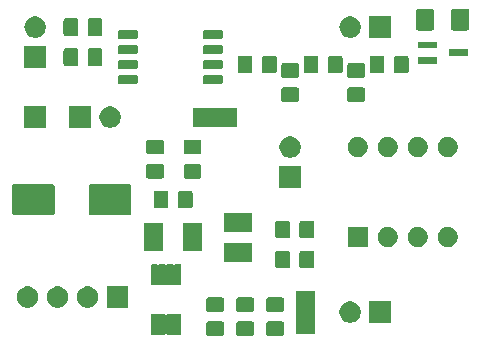
<source format=gbr>
G04 #@! TF.GenerationSoftware,KiCad,Pcbnew,(5.1.5)-3*
G04 #@! TF.CreationDate,2020-02-05T13:37:13+11:00*
G04 #@! TF.ProjectId,Heterodyne,48657465-726f-4647-996e-652e6b696361,rev?*
G04 #@! TF.SameCoordinates,Original*
G04 #@! TF.FileFunction,Soldermask,Top*
G04 #@! TF.FilePolarity,Negative*
%FSLAX46Y46*%
G04 Gerber Fmt 4.6, Leading zero omitted, Abs format (unit mm)*
G04 Created by KiCad (PCBNEW (5.1.5)-3) date 2020-02-05 13:37:13*
%MOMM*%
%LPD*%
G04 APERTURE LIST*
%ADD10C,0.100000*%
G04 APERTURE END LIST*
D10*
G36*
X154893674Y-103028465D02*
G01*
X154931367Y-103039899D01*
X154966103Y-103058466D01*
X154996548Y-103083452D01*
X155021534Y-103113897D01*
X155040101Y-103148633D01*
X155051535Y-103186326D01*
X155056000Y-103231661D01*
X155056000Y-104068339D01*
X155051535Y-104113674D01*
X155040101Y-104151367D01*
X155021534Y-104186103D01*
X154996548Y-104216548D01*
X154966103Y-104241534D01*
X154931367Y-104260101D01*
X154893674Y-104271535D01*
X154848339Y-104276000D01*
X153761661Y-104276000D01*
X153716326Y-104271535D01*
X153678633Y-104260101D01*
X153643897Y-104241534D01*
X153613452Y-104216548D01*
X153588466Y-104186103D01*
X153569899Y-104151367D01*
X153558465Y-104113674D01*
X153554000Y-104068339D01*
X153554000Y-103231661D01*
X153558465Y-103186326D01*
X153569899Y-103148633D01*
X153588466Y-103113897D01*
X153613452Y-103083452D01*
X153643897Y-103058466D01*
X153678633Y-103039899D01*
X153716326Y-103028465D01*
X153761661Y-103024000D01*
X154848339Y-103024000D01*
X154893674Y-103028465D01*
G37*
G36*
X152353674Y-103028465D02*
G01*
X152391367Y-103039899D01*
X152426103Y-103058466D01*
X152456548Y-103083452D01*
X152481534Y-103113897D01*
X152500101Y-103148633D01*
X152511535Y-103186326D01*
X152516000Y-103231661D01*
X152516000Y-104068339D01*
X152511535Y-104113674D01*
X152500101Y-104151367D01*
X152481534Y-104186103D01*
X152456548Y-104216548D01*
X152426103Y-104241534D01*
X152391367Y-104260101D01*
X152353674Y-104271535D01*
X152308339Y-104276000D01*
X151221661Y-104276000D01*
X151176326Y-104271535D01*
X151138633Y-104260101D01*
X151103897Y-104241534D01*
X151073452Y-104216548D01*
X151048466Y-104186103D01*
X151029899Y-104151367D01*
X151018465Y-104113674D01*
X151014000Y-104068339D01*
X151014000Y-103231661D01*
X151018465Y-103186326D01*
X151029899Y-103148633D01*
X151048466Y-103113897D01*
X151073452Y-103083452D01*
X151103897Y-103058466D01*
X151138633Y-103039899D01*
X151176326Y-103028465D01*
X151221661Y-103024000D01*
X152308339Y-103024000D01*
X152353674Y-103028465D01*
G37*
G36*
X149813674Y-103028465D02*
G01*
X149851367Y-103039899D01*
X149886103Y-103058466D01*
X149916548Y-103083452D01*
X149941534Y-103113897D01*
X149960101Y-103148633D01*
X149971535Y-103186326D01*
X149976000Y-103231661D01*
X149976000Y-104068339D01*
X149971535Y-104113674D01*
X149960101Y-104151367D01*
X149941534Y-104186103D01*
X149916548Y-104216548D01*
X149886103Y-104241534D01*
X149851367Y-104260101D01*
X149813674Y-104271535D01*
X149768339Y-104276000D01*
X148681661Y-104276000D01*
X148636326Y-104271535D01*
X148598633Y-104260101D01*
X148563897Y-104241534D01*
X148533452Y-104216548D01*
X148508466Y-104186103D01*
X148489899Y-104151367D01*
X148478465Y-104113674D01*
X148474000Y-104068339D01*
X148474000Y-103231661D01*
X148478465Y-103186326D01*
X148489899Y-103148633D01*
X148508466Y-103113897D01*
X148533452Y-103083452D01*
X148563897Y-103058466D01*
X148598633Y-103039899D01*
X148636326Y-103028465D01*
X148681661Y-103024000D01*
X149768339Y-103024000D01*
X149813674Y-103028465D01*
G37*
G36*
X144330051Y-102423784D02*
G01*
X144346446Y-102428758D01*
X144366078Y-102439251D01*
X144388717Y-102448628D01*
X144412750Y-102453408D01*
X144437254Y-102453408D01*
X144461287Y-102448627D01*
X144483922Y-102439251D01*
X144503554Y-102428758D01*
X144519949Y-102423784D01*
X144543141Y-102421500D01*
X144956859Y-102421500D01*
X144980051Y-102423784D01*
X144996446Y-102428758D01*
X145016078Y-102439251D01*
X145038717Y-102448628D01*
X145062750Y-102453408D01*
X145087254Y-102453408D01*
X145111287Y-102448627D01*
X145133922Y-102439251D01*
X145153554Y-102428758D01*
X145169949Y-102423784D01*
X145193141Y-102421500D01*
X145606859Y-102421500D01*
X145630051Y-102423784D01*
X145646446Y-102428758D01*
X145666078Y-102439251D01*
X145688717Y-102448628D01*
X145712750Y-102453408D01*
X145737254Y-102453408D01*
X145761287Y-102448627D01*
X145783922Y-102439251D01*
X145803554Y-102428758D01*
X145819949Y-102423784D01*
X145843141Y-102421500D01*
X146256859Y-102421500D01*
X146280051Y-102423784D01*
X146296443Y-102428757D01*
X146311555Y-102436834D01*
X146324798Y-102447702D01*
X146335666Y-102460945D01*
X146343743Y-102476057D01*
X146348716Y-102492449D01*
X146351000Y-102515641D01*
X146351000Y-104054359D01*
X146348716Y-104077551D01*
X146343743Y-104093943D01*
X146335666Y-104109055D01*
X146324798Y-104122298D01*
X146311555Y-104133166D01*
X146296443Y-104141243D01*
X146280051Y-104146216D01*
X146256859Y-104148500D01*
X145843141Y-104148500D01*
X145819949Y-104146216D01*
X145803554Y-104141242D01*
X145783922Y-104130749D01*
X145761283Y-104121372D01*
X145737250Y-104116592D01*
X145712746Y-104116592D01*
X145688713Y-104121373D01*
X145666078Y-104130749D01*
X145646446Y-104141242D01*
X145630051Y-104146216D01*
X145606859Y-104148500D01*
X145193141Y-104148500D01*
X145169949Y-104146216D01*
X145153554Y-104141242D01*
X145133922Y-104130749D01*
X145111283Y-104121372D01*
X145087250Y-104116592D01*
X145062746Y-104116592D01*
X145038713Y-104121373D01*
X145016078Y-104130749D01*
X144996446Y-104141242D01*
X144980051Y-104146216D01*
X144956859Y-104148500D01*
X144543141Y-104148500D01*
X144519949Y-104146216D01*
X144503554Y-104141242D01*
X144483922Y-104130749D01*
X144461283Y-104121372D01*
X144437250Y-104116592D01*
X144412746Y-104116592D01*
X144388713Y-104121373D01*
X144366078Y-104130749D01*
X144346446Y-104141242D01*
X144330051Y-104146216D01*
X144306859Y-104148500D01*
X143893141Y-104148500D01*
X143869949Y-104146216D01*
X143853557Y-104141243D01*
X143838445Y-104133166D01*
X143825202Y-104122298D01*
X143814334Y-104109055D01*
X143806257Y-104093943D01*
X143801284Y-104077551D01*
X143799000Y-104054359D01*
X143799000Y-102515641D01*
X143801284Y-102492449D01*
X143806257Y-102476057D01*
X143814334Y-102460945D01*
X143825202Y-102447702D01*
X143838445Y-102436834D01*
X143853557Y-102428757D01*
X143869949Y-102423784D01*
X143893141Y-102421500D01*
X144306859Y-102421500D01*
X144330051Y-102423784D01*
G37*
G36*
X157646000Y-104116000D02*
G01*
X156044000Y-104116000D01*
X156044000Y-100414000D01*
X157646000Y-100414000D01*
X157646000Y-104116000D01*
G37*
G36*
X164096000Y-103136000D02*
G01*
X162294000Y-103136000D01*
X162294000Y-101334000D01*
X164096000Y-101334000D01*
X164096000Y-103136000D01*
G37*
G36*
X160768512Y-101338927D02*
G01*
X160917812Y-101368624D01*
X161081784Y-101436544D01*
X161229354Y-101535147D01*
X161354853Y-101660646D01*
X161453456Y-101808216D01*
X161521376Y-101972188D01*
X161556000Y-102146259D01*
X161556000Y-102323741D01*
X161521376Y-102497812D01*
X161453456Y-102661784D01*
X161354853Y-102809354D01*
X161229354Y-102934853D01*
X161081784Y-103033456D01*
X160917812Y-103101376D01*
X160768512Y-103131073D01*
X160743742Y-103136000D01*
X160566258Y-103136000D01*
X160541488Y-103131073D01*
X160392188Y-103101376D01*
X160228216Y-103033456D01*
X160080646Y-102934853D01*
X159955147Y-102809354D01*
X159856544Y-102661784D01*
X159788624Y-102497812D01*
X159754000Y-102323741D01*
X159754000Y-102146259D01*
X159788624Y-101972188D01*
X159856544Y-101808216D01*
X159955147Y-101660646D01*
X160080646Y-101535147D01*
X160228216Y-101436544D01*
X160392188Y-101368624D01*
X160541488Y-101338927D01*
X160566258Y-101334000D01*
X160743742Y-101334000D01*
X160768512Y-101338927D01*
G37*
G36*
X154893674Y-100978465D02*
G01*
X154931367Y-100989899D01*
X154966103Y-101008466D01*
X154996548Y-101033452D01*
X155021534Y-101063897D01*
X155040101Y-101098633D01*
X155051535Y-101136326D01*
X155056000Y-101181661D01*
X155056000Y-102018339D01*
X155051535Y-102063674D01*
X155040101Y-102101367D01*
X155021534Y-102136103D01*
X154996548Y-102166548D01*
X154966103Y-102191534D01*
X154931367Y-102210101D01*
X154893674Y-102221535D01*
X154848339Y-102226000D01*
X153761661Y-102226000D01*
X153716326Y-102221535D01*
X153678633Y-102210101D01*
X153643897Y-102191534D01*
X153613452Y-102166548D01*
X153588466Y-102136103D01*
X153569899Y-102101367D01*
X153558465Y-102063674D01*
X153554000Y-102018339D01*
X153554000Y-101181661D01*
X153558465Y-101136326D01*
X153569899Y-101098633D01*
X153588466Y-101063897D01*
X153613452Y-101033452D01*
X153643897Y-101008466D01*
X153678633Y-100989899D01*
X153716326Y-100978465D01*
X153761661Y-100974000D01*
X154848339Y-100974000D01*
X154893674Y-100978465D01*
G37*
G36*
X152353674Y-100978465D02*
G01*
X152391367Y-100989899D01*
X152426103Y-101008466D01*
X152456548Y-101033452D01*
X152481534Y-101063897D01*
X152500101Y-101098633D01*
X152511535Y-101136326D01*
X152516000Y-101181661D01*
X152516000Y-102018339D01*
X152511535Y-102063674D01*
X152500101Y-102101367D01*
X152481534Y-102136103D01*
X152456548Y-102166548D01*
X152426103Y-102191534D01*
X152391367Y-102210101D01*
X152353674Y-102221535D01*
X152308339Y-102226000D01*
X151221661Y-102226000D01*
X151176326Y-102221535D01*
X151138633Y-102210101D01*
X151103897Y-102191534D01*
X151073452Y-102166548D01*
X151048466Y-102136103D01*
X151029899Y-102101367D01*
X151018465Y-102063674D01*
X151014000Y-102018339D01*
X151014000Y-101181661D01*
X151018465Y-101136326D01*
X151029899Y-101098633D01*
X151048466Y-101063897D01*
X151073452Y-101033452D01*
X151103897Y-101008466D01*
X151138633Y-100989899D01*
X151176326Y-100978465D01*
X151221661Y-100974000D01*
X152308339Y-100974000D01*
X152353674Y-100978465D01*
G37*
G36*
X149813674Y-100978465D02*
G01*
X149851367Y-100989899D01*
X149886103Y-101008466D01*
X149916548Y-101033452D01*
X149941534Y-101063897D01*
X149960101Y-101098633D01*
X149971535Y-101136326D01*
X149976000Y-101181661D01*
X149976000Y-102018339D01*
X149971535Y-102063674D01*
X149960101Y-102101367D01*
X149941534Y-102136103D01*
X149916548Y-102166548D01*
X149886103Y-102191534D01*
X149851367Y-102210101D01*
X149813674Y-102221535D01*
X149768339Y-102226000D01*
X148681661Y-102226000D01*
X148636326Y-102221535D01*
X148598633Y-102210101D01*
X148563897Y-102191534D01*
X148533452Y-102166548D01*
X148508466Y-102136103D01*
X148489899Y-102101367D01*
X148478465Y-102063674D01*
X148474000Y-102018339D01*
X148474000Y-101181661D01*
X148478465Y-101136326D01*
X148489899Y-101098633D01*
X148508466Y-101063897D01*
X148533452Y-101033452D01*
X148563897Y-101008466D01*
X148598633Y-100989899D01*
X148636326Y-100978465D01*
X148681661Y-100974000D01*
X149768339Y-100974000D01*
X149813674Y-100978465D01*
G37*
G36*
X133463512Y-100068927D02*
G01*
X133612812Y-100098624D01*
X133776784Y-100166544D01*
X133924354Y-100265147D01*
X134049853Y-100390646D01*
X134148456Y-100538216D01*
X134216376Y-100702188D01*
X134251000Y-100876259D01*
X134251000Y-101053741D01*
X134216376Y-101227812D01*
X134148456Y-101391784D01*
X134049853Y-101539354D01*
X133924354Y-101664853D01*
X133776784Y-101763456D01*
X133612812Y-101831376D01*
X133463512Y-101861073D01*
X133438742Y-101866000D01*
X133261258Y-101866000D01*
X133236488Y-101861073D01*
X133087188Y-101831376D01*
X132923216Y-101763456D01*
X132775646Y-101664853D01*
X132650147Y-101539354D01*
X132551544Y-101391784D01*
X132483624Y-101227812D01*
X132449000Y-101053741D01*
X132449000Y-100876259D01*
X132483624Y-100702188D01*
X132551544Y-100538216D01*
X132650147Y-100390646D01*
X132775646Y-100265147D01*
X132923216Y-100166544D01*
X133087188Y-100098624D01*
X133236488Y-100068927D01*
X133261258Y-100064000D01*
X133438742Y-100064000D01*
X133463512Y-100068927D01*
G37*
G36*
X136003512Y-100068927D02*
G01*
X136152812Y-100098624D01*
X136316784Y-100166544D01*
X136464354Y-100265147D01*
X136589853Y-100390646D01*
X136688456Y-100538216D01*
X136756376Y-100702188D01*
X136791000Y-100876259D01*
X136791000Y-101053741D01*
X136756376Y-101227812D01*
X136688456Y-101391784D01*
X136589853Y-101539354D01*
X136464354Y-101664853D01*
X136316784Y-101763456D01*
X136152812Y-101831376D01*
X136003512Y-101861073D01*
X135978742Y-101866000D01*
X135801258Y-101866000D01*
X135776488Y-101861073D01*
X135627188Y-101831376D01*
X135463216Y-101763456D01*
X135315646Y-101664853D01*
X135190147Y-101539354D01*
X135091544Y-101391784D01*
X135023624Y-101227812D01*
X134989000Y-101053741D01*
X134989000Y-100876259D01*
X135023624Y-100702188D01*
X135091544Y-100538216D01*
X135190147Y-100390646D01*
X135315646Y-100265147D01*
X135463216Y-100166544D01*
X135627188Y-100098624D01*
X135776488Y-100068927D01*
X135801258Y-100064000D01*
X135978742Y-100064000D01*
X136003512Y-100068927D01*
G37*
G36*
X138543512Y-100068927D02*
G01*
X138692812Y-100098624D01*
X138856784Y-100166544D01*
X139004354Y-100265147D01*
X139129853Y-100390646D01*
X139228456Y-100538216D01*
X139296376Y-100702188D01*
X139331000Y-100876259D01*
X139331000Y-101053741D01*
X139296376Y-101227812D01*
X139228456Y-101391784D01*
X139129853Y-101539354D01*
X139004354Y-101664853D01*
X138856784Y-101763456D01*
X138692812Y-101831376D01*
X138543512Y-101861073D01*
X138518742Y-101866000D01*
X138341258Y-101866000D01*
X138316488Y-101861073D01*
X138167188Y-101831376D01*
X138003216Y-101763456D01*
X137855646Y-101664853D01*
X137730147Y-101539354D01*
X137631544Y-101391784D01*
X137563624Y-101227812D01*
X137529000Y-101053741D01*
X137529000Y-100876259D01*
X137563624Y-100702188D01*
X137631544Y-100538216D01*
X137730147Y-100390646D01*
X137855646Y-100265147D01*
X138003216Y-100166544D01*
X138167188Y-100098624D01*
X138316488Y-100068927D01*
X138341258Y-100064000D01*
X138518742Y-100064000D01*
X138543512Y-100068927D01*
G37*
G36*
X141871000Y-101866000D02*
G01*
X140069000Y-101866000D01*
X140069000Y-100064000D01*
X141871000Y-100064000D01*
X141871000Y-101866000D01*
G37*
G36*
X144330051Y-98198784D02*
G01*
X144346446Y-98203758D01*
X144366078Y-98214251D01*
X144388717Y-98223628D01*
X144412750Y-98228408D01*
X144437254Y-98228408D01*
X144461287Y-98223627D01*
X144483922Y-98214251D01*
X144503554Y-98203758D01*
X144519949Y-98198784D01*
X144543141Y-98196500D01*
X144956859Y-98196500D01*
X144980051Y-98198784D01*
X144996446Y-98203758D01*
X145016078Y-98214251D01*
X145038717Y-98223628D01*
X145062750Y-98228408D01*
X145087254Y-98228408D01*
X145111287Y-98223627D01*
X145133922Y-98214251D01*
X145153554Y-98203758D01*
X145169949Y-98198784D01*
X145193141Y-98196500D01*
X145606859Y-98196500D01*
X145630051Y-98198784D01*
X145646446Y-98203758D01*
X145666078Y-98214251D01*
X145688717Y-98223628D01*
X145712750Y-98228408D01*
X145737254Y-98228408D01*
X145761287Y-98223627D01*
X145783922Y-98214251D01*
X145803554Y-98203758D01*
X145819949Y-98198784D01*
X145843141Y-98196500D01*
X146256859Y-98196500D01*
X146280051Y-98198784D01*
X146296443Y-98203757D01*
X146311555Y-98211834D01*
X146324798Y-98222702D01*
X146335666Y-98235945D01*
X146343743Y-98251057D01*
X146348716Y-98267449D01*
X146351000Y-98290641D01*
X146351000Y-99829359D01*
X146348716Y-99852551D01*
X146343743Y-99868943D01*
X146335666Y-99884055D01*
X146324798Y-99897298D01*
X146311555Y-99908166D01*
X146296443Y-99916243D01*
X146280051Y-99921216D01*
X146256859Y-99923500D01*
X145843141Y-99923500D01*
X145819949Y-99921216D01*
X145803554Y-99916242D01*
X145783922Y-99905749D01*
X145761283Y-99896372D01*
X145737250Y-99891592D01*
X145712746Y-99891592D01*
X145688713Y-99896373D01*
X145666078Y-99905749D01*
X145646446Y-99916242D01*
X145630051Y-99921216D01*
X145606859Y-99923500D01*
X145193141Y-99923500D01*
X145169949Y-99921216D01*
X145153554Y-99916242D01*
X145133922Y-99905749D01*
X145111283Y-99896372D01*
X145087250Y-99891592D01*
X145062746Y-99891592D01*
X145038713Y-99896373D01*
X145016078Y-99905749D01*
X144996446Y-99916242D01*
X144980051Y-99921216D01*
X144956859Y-99923500D01*
X144543141Y-99923500D01*
X144519949Y-99921216D01*
X144503554Y-99916242D01*
X144483922Y-99905749D01*
X144461283Y-99896372D01*
X144437250Y-99891592D01*
X144412746Y-99891592D01*
X144388713Y-99896373D01*
X144366078Y-99905749D01*
X144346446Y-99916242D01*
X144330051Y-99921216D01*
X144306859Y-99923500D01*
X143893141Y-99923500D01*
X143869949Y-99921216D01*
X143853557Y-99916243D01*
X143838445Y-99908166D01*
X143825202Y-99897298D01*
X143814334Y-99884055D01*
X143806257Y-99868943D01*
X143801284Y-99852551D01*
X143799000Y-99829359D01*
X143799000Y-98290641D01*
X143801284Y-98267449D01*
X143806257Y-98251057D01*
X143814334Y-98235945D01*
X143825202Y-98222702D01*
X143838445Y-98211834D01*
X143853557Y-98203757D01*
X143869949Y-98198784D01*
X143893141Y-98196500D01*
X144306859Y-98196500D01*
X144330051Y-98198784D01*
G37*
G36*
X155403674Y-97043465D02*
G01*
X155441367Y-97054899D01*
X155476103Y-97073466D01*
X155506548Y-97098452D01*
X155531534Y-97128897D01*
X155550101Y-97163633D01*
X155561535Y-97201326D01*
X155566000Y-97246661D01*
X155566000Y-98333339D01*
X155561535Y-98378674D01*
X155550101Y-98416367D01*
X155531534Y-98451103D01*
X155506548Y-98481548D01*
X155476103Y-98506534D01*
X155441367Y-98525101D01*
X155403674Y-98536535D01*
X155358339Y-98541000D01*
X154521661Y-98541000D01*
X154476326Y-98536535D01*
X154438633Y-98525101D01*
X154403897Y-98506534D01*
X154373452Y-98481548D01*
X154348466Y-98451103D01*
X154329899Y-98416367D01*
X154318465Y-98378674D01*
X154314000Y-98333339D01*
X154314000Y-97246661D01*
X154318465Y-97201326D01*
X154329899Y-97163633D01*
X154348466Y-97128897D01*
X154373452Y-97098452D01*
X154403897Y-97073466D01*
X154438633Y-97054899D01*
X154476326Y-97043465D01*
X154521661Y-97039000D01*
X155358339Y-97039000D01*
X155403674Y-97043465D01*
G37*
G36*
X157453674Y-97043465D02*
G01*
X157491367Y-97054899D01*
X157526103Y-97073466D01*
X157556548Y-97098452D01*
X157581534Y-97128897D01*
X157600101Y-97163633D01*
X157611535Y-97201326D01*
X157616000Y-97246661D01*
X157616000Y-98333339D01*
X157611535Y-98378674D01*
X157600101Y-98416367D01*
X157581534Y-98451103D01*
X157556548Y-98481548D01*
X157526103Y-98506534D01*
X157491367Y-98525101D01*
X157453674Y-98536535D01*
X157408339Y-98541000D01*
X156571661Y-98541000D01*
X156526326Y-98536535D01*
X156488633Y-98525101D01*
X156453897Y-98506534D01*
X156423452Y-98481548D01*
X156398466Y-98451103D01*
X156379899Y-98416367D01*
X156368465Y-98378674D01*
X156364000Y-98333339D01*
X156364000Y-97246661D01*
X156368465Y-97201326D01*
X156379899Y-97163633D01*
X156398466Y-97128897D01*
X156423452Y-97098452D01*
X156453897Y-97073466D01*
X156488633Y-97054899D01*
X156526326Y-97043465D01*
X156571661Y-97039000D01*
X157408339Y-97039000D01*
X157453674Y-97043465D01*
G37*
G36*
X152346000Y-97956000D02*
G01*
X149944000Y-97956000D01*
X149944000Y-96354000D01*
X152346000Y-96354000D01*
X152346000Y-97956000D01*
G37*
G36*
X148121000Y-97101000D02*
G01*
X146519000Y-97101000D01*
X146519000Y-94699000D01*
X148121000Y-94699000D01*
X148121000Y-97101000D01*
G37*
G36*
X144819000Y-97101000D02*
G01*
X143217000Y-97101000D01*
X143217000Y-94699000D01*
X144819000Y-94699000D01*
X144819000Y-97101000D01*
G37*
G36*
X162141000Y-96736000D02*
G01*
X160439000Y-96736000D01*
X160439000Y-95034000D01*
X162141000Y-95034000D01*
X162141000Y-96736000D01*
G37*
G36*
X164078228Y-95066703D02*
G01*
X164233100Y-95130853D01*
X164372481Y-95223985D01*
X164491015Y-95342519D01*
X164584147Y-95481900D01*
X164648297Y-95636772D01*
X164681000Y-95801184D01*
X164681000Y-95968816D01*
X164648297Y-96133228D01*
X164584147Y-96288100D01*
X164491015Y-96427481D01*
X164372481Y-96546015D01*
X164233100Y-96639147D01*
X164078228Y-96703297D01*
X163913816Y-96736000D01*
X163746184Y-96736000D01*
X163581772Y-96703297D01*
X163426900Y-96639147D01*
X163287519Y-96546015D01*
X163168985Y-96427481D01*
X163075853Y-96288100D01*
X163011703Y-96133228D01*
X162979000Y-95968816D01*
X162979000Y-95801184D01*
X163011703Y-95636772D01*
X163075853Y-95481900D01*
X163168985Y-95342519D01*
X163287519Y-95223985D01*
X163426900Y-95130853D01*
X163581772Y-95066703D01*
X163746184Y-95034000D01*
X163913816Y-95034000D01*
X164078228Y-95066703D01*
G37*
G36*
X166618228Y-95066703D02*
G01*
X166773100Y-95130853D01*
X166912481Y-95223985D01*
X167031015Y-95342519D01*
X167124147Y-95481900D01*
X167188297Y-95636772D01*
X167221000Y-95801184D01*
X167221000Y-95968816D01*
X167188297Y-96133228D01*
X167124147Y-96288100D01*
X167031015Y-96427481D01*
X166912481Y-96546015D01*
X166773100Y-96639147D01*
X166618228Y-96703297D01*
X166453816Y-96736000D01*
X166286184Y-96736000D01*
X166121772Y-96703297D01*
X165966900Y-96639147D01*
X165827519Y-96546015D01*
X165708985Y-96427481D01*
X165615853Y-96288100D01*
X165551703Y-96133228D01*
X165519000Y-95968816D01*
X165519000Y-95801184D01*
X165551703Y-95636772D01*
X165615853Y-95481900D01*
X165708985Y-95342519D01*
X165827519Y-95223985D01*
X165966900Y-95130853D01*
X166121772Y-95066703D01*
X166286184Y-95034000D01*
X166453816Y-95034000D01*
X166618228Y-95066703D01*
G37*
G36*
X169158228Y-95066703D02*
G01*
X169313100Y-95130853D01*
X169452481Y-95223985D01*
X169571015Y-95342519D01*
X169664147Y-95481900D01*
X169728297Y-95636772D01*
X169761000Y-95801184D01*
X169761000Y-95968816D01*
X169728297Y-96133228D01*
X169664147Y-96288100D01*
X169571015Y-96427481D01*
X169452481Y-96546015D01*
X169313100Y-96639147D01*
X169158228Y-96703297D01*
X168993816Y-96736000D01*
X168826184Y-96736000D01*
X168661772Y-96703297D01*
X168506900Y-96639147D01*
X168367519Y-96546015D01*
X168248985Y-96427481D01*
X168155853Y-96288100D01*
X168091703Y-96133228D01*
X168059000Y-95968816D01*
X168059000Y-95801184D01*
X168091703Y-95636772D01*
X168155853Y-95481900D01*
X168248985Y-95342519D01*
X168367519Y-95223985D01*
X168506900Y-95130853D01*
X168661772Y-95066703D01*
X168826184Y-95034000D01*
X168993816Y-95034000D01*
X169158228Y-95066703D01*
G37*
G36*
X157453674Y-94503465D02*
G01*
X157491367Y-94514899D01*
X157526103Y-94533466D01*
X157556548Y-94558452D01*
X157581534Y-94588897D01*
X157600101Y-94623633D01*
X157611535Y-94661326D01*
X157616000Y-94706661D01*
X157616000Y-95793339D01*
X157611535Y-95838674D01*
X157600101Y-95876367D01*
X157581534Y-95911103D01*
X157556548Y-95941548D01*
X157526103Y-95966534D01*
X157491367Y-95985101D01*
X157453674Y-95996535D01*
X157408339Y-96001000D01*
X156571661Y-96001000D01*
X156526326Y-95996535D01*
X156488633Y-95985101D01*
X156453897Y-95966534D01*
X156423452Y-95941548D01*
X156398466Y-95911103D01*
X156379899Y-95876367D01*
X156368465Y-95838674D01*
X156364000Y-95793339D01*
X156364000Y-94706661D01*
X156368465Y-94661326D01*
X156379899Y-94623633D01*
X156398466Y-94588897D01*
X156423452Y-94558452D01*
X156453897Y-94533466D01*
X156488633Y-94514899D01*
X156526326Y-94503465D01*
X156571661Y-94499000D01*
X157408339Y-94499000D01*
X157453674Y-94503465D01*
G37*
G36*
X155403674Y-94503465D02*
G01*
X155441367Y-94514899D01*
X155476103Y-94533466D01*
X155506548Y-94558452D01*
X155531534Y-94588897D01*
X155550101Y-94623633D01*
X155561535Y-94661326D01*
X155566000Y-94706661D01*
X155566000Y-95793339D01*
X155561535Y-95838674D01*
X155550101Y-95876367D01*
X155531534Y-95911103D01*
X155506548Y-95941548D01*
X155476103Y-95966534D01*
X155441367Y-95985101D01*
X155403674Y-95996535D01*
X155358339Y-96001000D01*
X154521661Y-96001000D01*
X154476326Y-95996535D01*
X154438633Y-95985101D01*
X154403897Y-95966534D01*
X154373452Y-95941548D01*
X154348466Y-95911103D01*
X154329899Y-95876367D01*
X154318465Y-95838674D01*
X154314000Y-95793339D01*
X154314000Y-94706661D01*
X154318465Y-94661326D01*
X154329899Y-94623633D01*
X154348466Y-94588897D01*
X154373452Y-94558452D01*
X154403897Y-94533466D01*
X154438633Y-94514899D01*
X154476326Y-94503465D01*
X154521661Y-94499000D01*
X155358339Y-94499000D01*
X155403674Y-94503465D01*
G37*
G36*
X152346000Y-95416000D02*
G01*
X149944000Y-95416000D01*
X149944000Y-93814000D01*
X152346000Y-93814000D01*
X152346000Y-95416000D01*
G37*
G36*
X135506934Y-91412671D02*
G01*
X135536877Y-91421754D01*
X135564465Y-91436500D01*
X135588651Y-91456349D01*
X135608500Y-91480535D01*
X135623246Y-91508123D01*
X135632329Y-91538066D01*
X135636000Y-91575340D01*
X135636000Y-93844660D01*
X135632329Y-93881934D01*
X135623246Y-93911877D01*
X135608500Y-93939465D01*
X135588651Y-93963651D01*
X135564465Y-93983500D01*
X135536877Y-93998246D01*
X135506934Y-94007329D01*
X135469660Y-94011000D01*
X132200340Y-94011000D01*
X132163066Y-94007329D01*
X132133123Y-93998246D01*
X132105535Y-93983500D01*
X132081349Y-93963651D01*
X132061500Y-93939465D01*
X132046754Y-93911877D01*
X132037671Y-93881934D01*
X132034000Y-93844660D01*
X132034000Y-91575340D01*
X132037671Y-91538066D01*
X132046754Y-91508123D01*
X132061500Y-91480535D01*
X132081349Y-91456349D01*
X132105535Y-91436500D01*
X132133123Y-91421754D01*
X132163066Y-91412671D01*
X132200340Y-91409000D01*
X135469660Y-91409000D01*
X135506934Y-91412671D01*
G37*
G36*
X142006934Y-91412671D02*
G01*
X142036877Y-91421754D01*
X142064465Y-91436500D01*
X142088651Y-91456349D01*
X142108500Y-91480535D01*
X142123246Y-91508123D01*
X142132329Y-91538066D01*
X142136000Y-91575340D01*
X142136000Y-93844660D01*
X142132329Y-93881934D01*
X142123246Y-93911877D01*
X142108500Y-93939465D01*
X142088651Y-93963651D01*
X142064465Y-93983500D01*
X142036877Y-93998246D01*
X142006934Y-94007329D01*
X141969660Y-94011000D01*
X138700340Y-94011000D01*
X138663066Y-94007329D01*
X138633123Y-93998246D01*
X138605535Y-93983500D01*
X138581349Y-93963651D01*
X138561500Y-93939465D01*
X138546754Y-93911877D01*
X138537671Y-93881934D01*
X138534000Y-93844660D01*
X138534000Y-91575340D01*
X138537671Y-91538066D01*
X138546754Y-91508123D01*
X138561500Y-91480535D01*
X138581349Y-91456349D01*
X138605535Y-91436500D01*
X138633123Y-91421754D01*
X138663066Y-91412671D01*
X138700340Y-91409000D01*
X141969660Y-91409000D01*
X142006934Y-91412671D01*
G37*
G36*
X147157674Y-91963465D02*
G01*
X147195367Y-91974899D01*
X147230103Y-91993466D01*
X147260548Y-92018452D01*
X147285534Y-92048897D01*
X147304101Y-92083633D01*
X147315535Y-92121326D01*
X147320000Y-92166661D01*
X147320000Y-93253339D01*
X147315535Y-93298674D01*
X147304101Y-93336367D01*
X147285534Y-93371103D01*
X147260548Y-93401548D01*
X147230103Y-93426534D01*
X147195367Y-93445101D01*
X147157674Y-93456535D01*
X147112339Y-93461000D01*
X146275661Y-93461000D01*
X146230326Y-93456535D01*
X146192633Y-93445101D01*
X146157897Y-93426534D01*
X146127452Y-93401548D01*
X146102466Y-93371103D01*
X146083899Y-93336367D01*
X146072465Y-93298674D01*
X146068000Y-93253339D01*
X146068000Y-92166661D01*
X146072465Y-92121326D01*
X146083899Y-92083633D01*
X146102466Y-92048897D01*
X146127452Y-92018452D01*
X146157897Y-91993466D01*
X146192633Y-91974899D01*
X146230326Y-91963465D01*
X146275661Y-91959000D01*
X147112339Y-91959000D01*
X147157674Y-91963465D01*
G37*
G36*
X145107674Y-91963465D02*
G01*
X145145367Y-91974899D01*
X145180103Y-91993466D01*
X145210548Y-92018452D01*
X145235534Y-92048897D01*
X145254101Y-92083633D01*
X145265535Y-92121326D01*
X145270000Y-92166661D01*
X145270000Y-93253339D01*
X145265535Y-93298674D01*
X145254101Y-93336367D01*
X145235534Y-93371103D01*
X145210548Y-93401548D01*
X145180103Y-93426534D01*
X145145367Y-93445101D01*
X145107674Y-93456535D01*
X145062339Y-93461000D01*
X144225661Y-93461000D01*
X144180326Y-93456535D01*
X144142633Y-93445101D01*
X144107897Y-93426534D01*
X144077452Y-93401548D01*
X144052466Y-93371103D01*
X144033899Y-93336367D01*
X144022465Y-93298674D01*
X144018000Y-93253339D01*
X144018000Y-92166661D01*
X144022465Y-92121326D01*
X144033899Y-92083633D01*
X144052466Y-92048897D01*
X144077452Y-92018452D01*
X144107897Y-91993466D01*
X144142633Y-91974899D01*
X144180326Y-91963465D01*
X144225661Y-91959000D01*
X145062339Y-91959000D01*
X145107674Y-91963465D01*
G37*
G36*
X156476000Y-91706000D02*
G01*
X154674000Y-91706000D01*
X154674000Y-89904000D01*
X156476000Y-89904000D01*
X156476000Y-91706000D01*
G37*
G36*
X144733674Y-89693465D02*
G01*
X144771367Y-89704899D01*
X144806103Y-89723466D01*
X144836548Y-89748452D01*
X144861534Y-89778897D01*
X144880101Y-89813633D01*
X144891535Y-89851326D01*
X144896000Y-89896661D01*
X144896000Y-90733339D01*
X144891535Y-90778674D01*
X144880101Y-90816367D01*
X144861534Y-90851103D01*
X144836548Y-90881548D01*
X144806103Y-90906534D01*
X144771367Y-90925101D01*
X144733674Y-90936535D01*
X144688339Y-90941000D01*
X143601661Y-90941000D01*
X143556326Y-90936535D01*
X143518633Y-90925101D01*
X143483897Y-90906534D01*
X143453452Y-90881548D01*
X143428466Y-90851103D01*
X143409899Y-90816367D01*
X143398465Y-90778674D01*
X143394000Y-90733339D01*
X143394000Y-89896661D01*
X143398465Y-89851326D01*
X143409899Y-89813633D01*
X143428466Y-89778897D01*
X143453452Y-89748452D01*
X143483897Y-89723466D01*
X143518633Y-89704899D01*
X143556326Y-89693465D01*
X143601661Y-89689000D01*
X144688339Y-89689000D01*
X144733674Y-89693465D01*
G37*
G36*
X147908674Y-89693465D02*
G01*
X147946367Y-89704899D01*
X147981103Y-89723466D01*
X148011548Y-89748452D01*
X148036534Y-89778897D01*
X148055101Y-89813633D01*
X148066535Y-89851326D01*
X148071000Y-89896661D01*
X148071000Y-90733339D01*
X148066535Y-90778674D01*
X148055101Y-90816367D01*
X148036534Y-90851103D01*
X148011548Y-90881548D01*
X147981103Y-90906534D01*
X147946367Y-90925101D01*
X147908674Y-90936535D01*
X147863339Y-90941000D01*
X146776661Y-90941000D01*
X146731326Y-90936535D01*
X146693633Y-90925101D01*
X146658897Y-90906534D01*
X146628452Y-90881548D01*
X146603466Y-90851103D01*
X146584899Y-90816367D01*
X146573465Y-90778674D01*
X146569000Y-90733339D01*
X146569000Y-89896661D01*
X146573465Y-89851326D01*
X146584899Y-89813633D01*
X146603466Y-89778897D01*
X146628452Y-89748452D01*
X146658897Y-89723466D01*
X146693633Y-89704899D01*
X146731326Y-89693465D01*
X146776661Y-89689000D01*
X147863339Y-89689000D01*
X147908674Y-89693465D01*
G37*
G36*
X155688512Y-87368927D02*
G01*
X155837812Y-87398624D01*
X156001784Y-87466544D01*
X156149354Y-87565147D01*
X156274853Y-87690646D01*
X156373456Y-87838216D01*
X156441376Y-88002188D01*
X156476000Y-88176259D01*
X156476000Y-88353741D01*
X156441376Y-88527812D01*
X156373456Y-88691784D01*
X156274853Y-88839354D01*
X156149354Y-88964853D01*
X156001784Y-89063456D01*
X155837812Y-89131376D01*
X155688512Y-89161073D01*
X155663742Y-89166000D01*
X155486258Y-89166000D01*
X155461488Y-89161073D01*
X155312188Y-89131376D01*
X155148216Y-89063456D01*
X155000646Y-88964853D01*
X154875147Y-88839354D01*
X154776544Y-88691784D01*
X154708624Y-88527812D01*
X154674000Y-88353741D01*
X154674000Y-88176259D01*
X154708624Y-88002188D01*
X154776544Y-87838216D01*
X154875147Y-87690646D01*
X155000646Y-87565147D01*
X155148216Y-87466544D01*
X155312188Y-87398624D01*
X155461488Y-87368927D01*
X155486258Y-87364000D01*
X155663742Y-87364000D01*
X155688512Y-87368927D01*
G37*
G36*
X169158228Y-87446703D02*
G01*
X169313100Y-87510853D01*
X169452481Y-87603985D01*
X169571015Y-87722519D01*
X169664147Y-87861900D01*
X169728297Y-88016772D01*
X169761000Y-88181184D01*
X169761000Y-88348816D01*
X169728297Y-88513228D01*
X169664147Y-88668100D01*
X169571015Y-88807481D01*
X169452481Y-88926015D01*
X169313100Y-89019147D01*
X169158228Y-89083297D01*
X168993816Y-89116000D01*
X168826184Y-89116000D01*
X168661772Y-89083297D01*
X168506900Y-89019147D01*
X168367519Y-88926015D01*
X168248985Y-88807481D01*
X168155853Y-88668100D01*
X168091703Y-88513228D01*
X168059000Y-88348816D01*
X168059000Y-88181184D01*
X168091703Y-88016772D01*
X168155853Y-87861900D01*
X168248985Y-87722519D01*
X168367519Y-87603985D01*
X168506900Y-87510853D01*
X168661772Y-87446703D01*
X168826184Y-87414000D01*
X168993816Y-87414000D01*
X169158228Y-87446703D01*
G37*
G36*
X166618228Y-87446703D02*
G01*
X166773100Y-87510853D01*
X166912481Y-87603985D01*
X167031015Y-87722519D01*
X167124147Y-87861900D01*
X167188297Y-88016772D01*
X167221000Y-88181184D01*
X167221000Y-88348816D01*
X167188297Y-88513228D01*
X167124147Y-88668100D01*
X167031015Y-88807481D01*
X166912481Y-88926015D01*
X166773100Y-89019147D01*
X166618228Y-89083297D01*
X166453816Y-89116000D01*
X166286184Y-89116000D01*
X166121772Y-89083297D01*
X165966900Y-89019147D01*
X165827519Y-88926015D01*
X165708985Y-88807481D01*
X165615853Y-88668100D01*
X165551703Y-88513228D01*
X165519000Y-88348816D01*
X165519000Y-88181184D01*
X165551703Y-88016772D01*
X165615853Y-87861900D01*
X165708985Y-87722519D01*
X165827519Y-87603985D01*
X165966900Y-87510853D01*
X166121772Y-87446703D01*
X166286184Y-87414000D01*
X166453816Y-87414000D01*
X166618228Y-87446703D01*
G37*
G36*
X164078228Y-87446703D02*
G01*
X164233100Y-87510853D01*
X164372481Y-87603985D01*
X164491015Y-87722519D01*
X164584147Y-87861900D01*
X164648297Y-88016772D01*
X164681000Y-88181184D01*
X164681000Y-88348816D01*
X164648297Y-88513228D01*
X164584147Y-88668100D01*
X164491015Y-88807481D01*
X164372481Y-88926015D01*
X164233100Y-89019147D01*
X164078228Y-89083297D01*
X163913816Y-89116000D01*
X163746184Y-89116000D01*
X163581772Y-89083297D01*
X163426900Y-89019147D01*
X163287519Y-88926015D01*
X163168985Y-88807481D01*
X163075853Y-88668100D01*
X163011703Y-88513228D01*
X162979000Y-88348816D01*
X162979000Y-88181184D01*
X163011703Y-88016772D01*
X163075853Y-87861900D01*
X163168985Y-87722519D01*
X163287519Y-87603985D01*
X163426900Y-87510853D01*
X163581772Y-87446703D01*
X163746184Y-87414000D01*
X163913816Y-87414000D01*
X164078228Y-87446703D01*
G37*
G36*
X161538228Y-87446703D02*
G01*
X161693100Y-87510853D01*
X161832481Y-87603985D01*
X161951015Y-87722519D01*
X162044147Y-87861900D01*
X162108297Y-88016772D01*
X162141000Y-88181184D01*
X162141000Y-88348816D01*
X162108297Y-88513228D01*
X162044147Y-88668100D01*
X161951015Y-88807481D01*
X161832481Y-88926015D01*
X161693100Y-89019147D01*
X161538228Y-89083297D01*
X161373816Y-89116000D01*
X161206184Y-89116000D01*
X161041772Y-89083297D01*
X160886900Y-89019147D01*
X160747519Y-88926015D01*
X160628985Y-88807481D01*
X160535853Y-88668100D01*
X160471703Y-88513228D01*
X160439000Y-88348816D01*
X160439000Y-88181184D01*
X160471703Y-88016772D01*
X160535853Y-87861900D01*
X160628985Y-87722519D01*
X160747519Y-87603985D01*
X160886900Y-87510853D01*
X161041772Y-87446703D01*
X161206184Y-87414000D01*
X161373816Y-87414000D01*
X161538228Y-87446703D01*
G37*
G36*
X147908674Y-87643465D02*
G01*
X147946367Y-87654899D01*
X147981103Y-87673466D01*
X148011548Y-87698452D01*
X148036534Y-87728897D01*
X148055101Y-87763633D01*
X148066535Y-87801326D01*
X148071000Y-87846661D01*
X148071000Y-88683339D01*
X148066535Y-88728674D01*
X148055101Y-88766367D01*
X148036534Y-88801103D01*
X148011548Y-88831548D01*
X147981103Y-88856534D01*
X147946367Y-88875101D01*
X147908674Y-88886535D01*
X147863339Y-88891000D01*
X146776661Y-88891000D01*
X146731326Y-88886535D01*
X146693633Y-88875101D01*
X146658897Y-88856534D01*
X146628452Y-88831548D01*
X146603466Y-88801103D01*
X146584899Y-88766367D01*
X146573465Y-88728674D01*
X146569000Y-88683339D01*
X146569000Y-87846661D01*
X146573465Y-87801326D01*
X146584899Y-87763633D01*
X146603466Y-87728897D01*
X146628452Y-87698452D01*
X146658897Y-87673466D01*
X146693633Y-87654899D01*
X146731326Y-87643465D01*
X146776661Y-87639000D01*
X147863339Y-87639000D01*
X147908674Y-87643465D01*
G37*
G36*
X144733674Y-87643465D02*
G01*
X144771367Y-87654899D01*
X144806103Y-87673466D01*
X144836548Y-87698452D01*
X144861534Y-87728897D01*
X144880101Y-87763633D01*
X144891535Y-87801326D01*
X144896000Y-87846661D01*
X144896000Y-88683339D01*
X144891535Y-88728674D01*
X144880101Y-88766367D01*
X144861534Y-88801103D01*
X144836548Y-88831548D01*
X144806103Y-88856534D01*
X144771367Y-88875101D01*
X144733674Y-88886535D01*
X144688339Y-88891000D01*
X143601661Y-88891000D01*
X143556326Y-88886535D01*
X143518633Y-88875101D01*
X143483897Y-88856534D01*
X143453452Y-88831548D01*
X143428466Y-88801103D01*
X143409899Y-88766367D01*
X143398465Y-88728674D01*
X143394000Y-88683339D01*
X143394000Y-87846661D01*
X143398465Y-87801326D01*
X143409899Y-87763633D01*
X143428466Y-87728897D01*
X143453452Y-87698452D01*
X143483897Y-87673466D01*
X143518633Y-87654899D01*
X143556326Y-87643465D01*
X143601661Y-87639000D01*
X144688339Y-87639000D01*
X144733674Y-87643465D01*
G37*
G36*
X138696000Y-86626000D02*
G01*
X136894000Y-86626000D01*
X136894000Y-84824000D01*
X138696000Y-84824000D01*
X138696000Y-86626000D01*
G37*
G36*
X140448512Y-84828927D02*
G01*
X140597812Y-84858624D01*
X140761784Y-84926544D01*
X140909354Y-85025147D01*
X141034853Y-85150646D01*
X141133456Y-85298216D01*
X141201376Y-85462188D01*
X141236000Y-85636259D01*
X141236000Y-85813741D01*
X141201376Y-85987812D01*
X141133456Y-86151784D01*
X141034853Y-86299354D01*
X140909354Y-86424853D01*
X140761784Y-86523456D01*
X140597812Y-86591376D01*
X140448512Y-86621073D01*
X140423742Y-86626000D01*
X140246258Y-86626000D01*
X140221488Y-86621073D01*
X140072188Y-86591376D01*
X139908216Y-86523456D01*
X139760646Y-86424853D01*
X139635147Y-86299354D01*
X139536544Y-86151784D01*
X139468624Y-85987812D01*
X139434000Y-85813741D01*
X139434000Y-85636259D01*
X139468624Y-85462188D01*
X139536544Y-85298216D01*
X139635147Y-85150646D01*
X139760646Y-85025147D01*
X139908216Y-84926544D01*
X140072188Y-84858624D01*
X140221488Y-84828927D01*
X140246258Y-84824000D01*
X140423742Y-84824000D01*
X140448512Y-84828927D01*
G37*
G36*
X134886000Y-86626000D02*
G01*
X133084000Y-86626000D01*
X133084000Y-84824000D01*
X134886000Y-84824000D01*
X134886000Y-86626000D01*
G37*
G36*
X151076000Y-86526000D02*
G01*
X147374000Y-86526000D01*
X147374000Y-84924000D01*
X151076000Y-84924000D01*
X151076000Y-86526000D01*
G37*
G36*
X156163674Y-83207465D02*
G01*
X156201367Y-83218899D01*
X156236103Y-83237466D01*
X156266548Y-83262452D01*
X156291534Y-83292897D01*
X156310101Y-83327633D01*
X156321535Y-83365326D01*
X156326000Y-83410661D01*
X156326000Y-84247339D01*
X156321535Y-84292674D01*
X156310101Y-84330367D01*
X156291534Y-84365103D01*
X156266548Y-84395548D01*
X156236103Y-84420534D01*
X156201367Y-84439101D01*
X156163674Y-84450535D01*
X156118339Y-84455000D01*
X155031661Y-84455000D01*
X154986326Y-84450535D01*
X154948633Y-84439101D01*
X154913897Y-84420534D01*
X154883452Y-84395548D01*
X154858466Y-84365103D01*
X154839899Y-84330367D01*
X154828465Y-84292674D01*
X154824000Y-84247339D01*
X154824000Y-83410661D01*
X154828465Y-83365326D01*
X154839899Y-83327633D01*
X154858466Y-83292897D01*
X154883452Y-83262452D01*
X154913897Y-83237466D01*
X154948633Y-83218899D01*
X154986326Y-83207465D01*
X155031661Y-83203000D01*
X156118339Y-83203000D01*
X156163674Y-83207465D01*
G37*
G36*
X161751674Y-83207465D02*
G01*
X161789367Y-83218899D01*
X161824103Y-83237466D01*
X161854548Y-83262452D01*
X161879534Y-83292897D01*
X161898101Y-83327633D01*
X161909535Y-83365326D01*
X161914000Y-83410661D01*
X161914000Y-84247339D01*
X161909535Y-84292674D01*
X161898101Y-84330367D01*
X161879534Y-84365103D01*
X161854548Y-84395548D01*
X161824103Y-84420534D01*
X161789367Y-84439101D01*
X161751674Y-84450535D01*
X161706339Y-84455000D01*
X160619661Y-84455000D01*
X160574326Y-84450535D01*
X160536633Y-84439101D01*
X160501897Y-84420534D01*
X160471452Y-84395548D01*
X160446466Y-84365103D01*
X160427899Y-84330367D01*
X160416465Y-84292674D01*
X160412000Y-84247339D01*
X160412000Y-83410661D01*
X160416465Y-83365326D01*
X160427899Y-83327633D01*
X160446466Y-83292897D01*
X160471452Y-83262452D01*
X160501897Y-83237466D01*
X160536633Y-83218899D01*
X160574326Y-83207465D01*
X160619661Y-83203000D01*
X161706339Y-83203000D01*
X161751674Y-83207465D01*
G37*
G36*
X142574928Y-82201764D02*
G01*
X142596009Y-82208160D01*
X142615445Y-82218548D01*
X142632476Y-82232524D01*
X142646452Y-82249555D01*
X142656840Y-82268991D01*
X142663236Y-82290072D01*
X142666000Y-82318140D01*
X142666000Y-82781860D01*
X142663236Y-82809928D01*
X142656840Y-82831009D01*
X142646452Y-82850445D01*
X142632476Y-82867476D01*
X142615445Y-82881452D01*
X142596009Y-82891840D01*
X142574928Y-82898236D01*
X142546860Y-82901000D01*
X141083140Y-82901000D01*
X141055072Y-82898236D01*
X141033991Y-82891840D01*
X141014555Y-82881452D01*
X140997524Y-82867476D01*
X140983548Y-82850445D01*
X140973160Y-82831009D01*
X140966764Y-82809928D01*
X140964000Y-82781860D01*
X140964000Y-82318140D01*
X140966764Y-82290072D01*
X140973160Y-82268991D01*
X140983548Y-82249555D01*
X140997524Y-82232524D01*
X141014555Y-82218548D01*
X141033991Y-82208160D01*
X141055072Y-82201764D01*
X141083140Y-82199000D01*
X142546860Y-82199000D01*
X142574928Y-82201764D01*
G37*
G36*
X149774928Y-82201764D02*
G01*
X149796009Y-82208160D01*
X149815445Y-82218548D01*
X149832476Y-82232524D01*
X149846452Y-82249555D01*
X149856840Y-82268991D01*
X149863236Y-82290072D01*
X149866000Y-82318140D01*
X149866000Y-82781860D01*
X149863236Y-82809928D01*
X149856840Y-82831009D01*
X149846452Y-82850445D01*
X149832476Y-82867476D01*
X149815445Y-82881452D01*
X149796009Y-82891840D01*
X149774928Y-82898236D01*
X149746860Y-82901000D01*
X148283140Y-82901000D01*
X148255072Y-82898236D01*
X148233991Y-82891840D01*
X148214555Y-82881452D01*
X148197524Y-82867476D01*
X148183548Y-82850445D01*
X148173160Y-82831009D01*
X148166764Y-82809928D01*
X148164000Y-82781860D01*
X148164000Y-82318140D01*
X148166764Y-82290072D01*
X148173160Y-82268991D01*
X148183548Y-82249555D01*
X148197524Y-82232524D01*
X148214555Y-82218548D01*
X148233991Y-82208160D01*
X148255072Y-82201764D01*
X148283140Y-82199000D01*
X149746860Y-82199000D01*
X149774928Y-82201764D01*
G37*
G36*
X161751674Y-81157465D02*
G01*
X161789367Y-81168899D01*
X161824103Y-81187466D01*
X161854548Y-81212452D01*
X161879534Y-81242897D01*
X161898101Y-81277633D01*
X161909535Y-81315326D01*
X161914000Y-81360661D01*
X161914000Y-82197339D01*
X161909535Y-82242674D01*
X161898101Y-82280367D01*
X161879534Y-82315103D01*
X161854548Y-82345548D01*
X161824103Y-82370534D01*
X161789367Y-82389101D01*
X161751674Y-82400535D01*
X161706339Y-82405000D01*
X160619661Y-82405000D01*
X160574326Y-82400535D01*
X160536633Y-82389101D01*
X160501897Y-82370534D01*
X160471452Y-82345548D01*
X160446466Y-82315103D01*
X160427899Y-82280367D01*
X160416465Y-82242674D01*
X160412000Y-82197339D01*
X160412000Y-81360661D01*
X160416465Y-81315326D01*
X160427899Y-81277633D01*
X160446466Y-81242897D01*
X160471452Y-81212452D01*
X160501897Y-81187466D01*
X160536633Y-81168899D01*
X160574326Y-81157465D01*
X160619661Y-81153000D01*
X161706339Y-81153000D01*
X161751674Y-81157465D01*
G37*
G36*
X156163674Y-81157465D02*
G01*
X156201367Y-81168899D01*
X156236103Y-81187466D01*
X156266548Y-81212452D01*
X156291534Y-81242897D01*
X156310101Y-81277633D01*
X156321535Y-81315326D01*
X156326000Y-81360661D01*
X156326000Y-82197339D01*
X156321535Y-82242674D01*
X156310101Y-82280367D01*
X156291534Y-82315103D01*
X156266548Y-82345548D01*
X156236103Y-82370534D01*
X156201367Y-82389101D01*
X156163674Y-82400535D01*
X156118339Y-82405000D01*
X155031661Y-82405000D01*
X154986326Y-82400535D01*
X154948633Y-82389101D01*
X154913897Y-82370534D01*
X154883452Y-82345548D01*
X154858466Y-82315103D01*
X154839899Y-82280367D01*
X154828465Y-82242674D01*
X154824000Y-82197339D01*
X154824000Y-81360661D01*
X154828465Y-81315326D01*
X154839899Y-81277633D01*
X154858466Y-81242897D01*
X154883452Y-81212452D01*
X154913897Y-81187466D01*
X154948633Y-81168899D01*
X154986326Y-81157465D01*
X155031661Y-81153000D01*
X156118339Y-81153000D01*
X156163674Y-81157465D01*
G37*
G36*
X157807674Y-80533465D02*
G01*
X157845367Y-80544899D01*
X157880103Y-80563466D01*
X157910548Y-80588452D01*
X157935534Y-80618897D01*
X157954101Y-80653633D01*
X157965535Y-80691326D01*
X157970000Y-80736661D01*
X157970000Y-81823339D01*
X157965535Y-81868674D01*
X157954101Y-81906367D01*
X157935534Y-81941103D01*
X157910548Y-81971548D01*
X157880103Y-81996534D01*
X157845367Y-82015101D01*
X157807674Y-82026535D01*
X157762339Y-82031000D01*
X156925661Y-82031000D01*
X156880326Y-82026535D01*
X156842633Y-82015101D01*
X156807897Y-81996534D01*
X156777452Y-81971548D01*
X156752466Y-81941103D01*
X156733899Y-81906367D01*
X156722465Y-81868674D01*
X156718000Y-81823339D01*
X156718000Y-80736661D01*
X156722465Y-80691326D01*
X156733899Y-80653633D01*
X156752466Y-80618897D01*
X156777452Y-80588452D01*
X156807897Y-80563466D01*
X156842633Y-80544899D01*
X156880326Y-80533465D01*
X156925661Y-80529000D01*
X157762339Y-80529000D01*
X157807674Y-80533465D01*
G37*
G36*
X163395674Y-80533465D02*
G01*
X163433367Y-80544899D01*
X163468103Y-80563466D01*
X163498548Y-80588452D01*
X163523534Y-80618897D01*
X163542101Y-80653633D01*
X163553535Y-80691326D01*
X163558000Y-80736661D01*
X163558000Y-81823339D01*
X163553535Y-81868674D01*
X163542101Y-81906367D01*
X163523534Y-81941103D01*
X163498548Y-81971548D01*
X163468103Y-81996534D01*
X163433367Y-82015101D01*
X163395674Y-82026535D01*
X163350339Y-82031000D01*
X162513661Y-82031000D01*
X162468326Y-82026535D01*
X162430633Y-82015101D01*
X162395897Y-81996534D01*
X162365452Y-81971548D01*
X162340466Y-81941103D01*
X162321899Y-81906367D01*
X162310465Y-81868674D01*
X162306000Y-81823339D01*
X162306000Y-80736661D01*
X162310465Y-80691326D01*
X162321899Y-80653633D01*
X162340466Y-80618897D01*
X162365452Y-80588452D01*
X162395897Y-80563466D01*
X162430633Y-80544899D01*
X162468326Y-80533465D01*
X162513661Y-80529000D01*
X163350339Y-80529000D01*
X163395674Y-80533465D01*
G37*
G36*
X159857674Y-80533465D02*
G01*
X159895367Y-80544899D01*
X159930103Y-80563466D01*
X159960548Y-80588452D01*
X159985534Y-80618897D01*
X160004101Y-80653633D01*
X160015535Y-80691326D01*
X160020000Y-80736661D01*
X160020000Y-81823339D01*
X160015535Y-81868674D01*
X160004101Y-81906367D01*
X159985534Y-81941103D01*
X159960548Y-81971548D01*
X159930103Y-81996534D01*
X159895367Y-82015101D01*
X159857674Y-82026535D01*
X159812339Y-82031000D01*
X158975661Y-82031000D01*
X158930326Y-82026535D01*
X158892633Y-82015101D01*
X158857897Y-81996534D01*
X158827452Y-81971548D01*
X158802466Y-81941103D01*
X158783899Y-81906367D01*
X158772465Y-81868674D01*
X158768000Y-81823339D01*
X158768000Y-80736661D01*
X158772465Y-80691326D01*
X158783899Y-80653633D01*
X158802466Y-80618897D01*
X158827452Y-80588452D01*
X158857897Y-80563466D01*
X158892633Y-80544899D01*
X158930326Y-80533465D01*
X158975661Y-80529000D01*
X159812339Y-80529000D01*
X159857674Y-80533465D01*
G37*
G36*
X152228674Y-80533465D02*
G01*
X152266367Y-80544899D01*
X152301103Y-80563466D01*
X152331548Y-80588452D01*
X152356534Y-80618897D01*
X152375101Y-80653633D01*
X152386535Y-80691326D01*
X152391000Y-80736661D01*
X152391000Y-81823339D01*
X152386535Y-81868674D01*
X152375101Y-81906367D01*
X152356534Y-81941103D01*
X152331548Y-81971548D01*
X152301103Y-81996534D01*
X152266367Y-82015101D01*
X152228674Y-82026535D01*
X152183339Y-82031000D01*
X151346661Y-82031000D01*
X151301326Y-82026535D01*
X151263633Y-82015101D01*
X151228897Y-81996534D01*
X151198452Y-81971548D01*
X151173466Y-81941103D01*
X151154899Y-81906367D01*
X151143465Y-81868674D01*
X151139000Y-81823339D01*
X151139000Y-80736661D01*
X151143465Y-80691326D01*
X151154899Y-80653633D01*
X151173466Y-80618897D01*
X151198452Y-80588452D01*
X151228897Y-80563466D01*
X151263633Y-80544899D01*
X151301326Y-80533465D01*
X151346661Y-80529000D01*
X152183339Y-80529000D01*
X152228674Y-80533465D01*
G37*
G36*
X154278674Y-80533465D02*
G01*
X154316367Y-80544899D01*
X154351103Y-80563466D01*
X154381548Y-80588452D01*
X154406534Y-80618897D01*
X154425101Y-80653633D01*
X154436535Y-80691326D01*
X154441000Y-80736661D01*
X154441000Y-81823339D01*
X154436535Y-81868674D01*
X154425101Y-81906367D01*
X154406534Y-81941103D01*
X154381548Y-81971548D01*
X154351103Y-81996534D01*
X154316367Y-82015101D01*
X154278674Y-82026535D01*
X154233339Y-82031000D01*
X153396661Y-82031000D01*
X153351326Y-82026535D01*
X153313633Y-82015101D01*
X153278897Y-81996534D01*
X153248452Y-81971548D01*
X153223466Y-81941103D01*
X153204899Y-81906367D01*
X153193465Y-81868674D01*
X153189000Y-81823339D01*
X153189000Y-80736661D01*
X153193465Y-80691326D01*
X153204899Y-80653633D01*
X153223466Y-80618897D01*
X153248452Y-80588452D01*
X153278897Y-80563466D01*
X153313633Y-80544899D01*
X153351326Y-80533465D01*
X153396661Y-80529000D01*
X154233339Y-80529000D01*
X154278674Y-80533465D01*
G37*
G36*
X165445674Y-80533465D02*
G01*
X165483367Y-80544899D01*
X165518103Y-80563466D01*
X165548548Y-80588452D01*
X165573534Y-80618897D01*
X165592101Y-80653633D01*
X165603535Y-80691326D01*
X165608000Y-80736661D01*
X165608000Y-81823339D01*
X165603535Y-81868674D01*
X165592101Y-81906367D01*
X165573534Y-81941103D01*
X165548548Y-81971548D01*
X165518103Y-81996534D01*
X165483367Y-82015101D01*
X165445674Y-82026535D01*
X165400339Y-82031000D01*
X164563661Y-82031000D01*
X164518326Y-82026535D01*
X164480633Y-82015101D01*
X164445897Y-81996534D01*
X164415452Y-81971548D01*
X164390466Y-81941103D01*
X164371899Y-81906367D01*
X164360465Y-81868674D01*
X164356000Y-81823339D01*
X164356000Y-80736661D01*
X164360465Y-80691326D01*
X164371899Y-80653633D01*
X164390466Y-80618897D01*
X164415452Y-80588452D01*
X164445897Y-80563466D01*
X164480633Y-80544899D01*
X164518326Y-80533465D01*
X164563661Y-80529000D01*
X165400339Y-80529000D01*
X165445674Y-80533465D01*
G37*
G36*
X142574928Y-80931764D02*
G01*
X142596009Y-80938160D01*
X142615445Y-80948548D01*
X142632476Y-80962524D01*
X142646452Y-80979555D01*
X142656840Y-80998991D01*
X142663236Y-81020072D01*
X142666000Y-81048140D01*
X142666000Y-81511860D01*
X142663236Y-81539928D01*
X142656840Y-81561009D01*
X142646452Y-81580445D01*
X142632476Y-81597476D01*
X142615445Y-81611452D01*
X142596009Y-81621840D01*
X142574928Y-81628236D01*
X142546860Y-81631000D01*
X141083140Y-81631000D01*
X141055072Y-81628236D01*
X141033991Y-81621840D01*
X141014555Y-81611452D01*
X140997524Y-81597476D01*
X140983548Y-81580445D01*
X140973160Y-81561009D01*
X140966764Y-81539928D01*
X140964000Y-81511860D01*
X140964000Y-81048140D01*
X140966764Y-81020072D01*
X140973160Y-80998991D01*
X140983548Y-80979555D01*
X140997524Y-80962524D01*
X141014555Y-80948548D01*
X141033991Y-80938160D01*
X141055072Y-80931764D01*
X141083140Y-80929000D01*
X142546860Y-80929000D01*
X142574928Y-80931764D01*
G37*
G36*
X149774928Y-80931764D02*
G01*
X149796009Y-80938160D01*
X149815445Y-80948548D01*
X149832476Y-80962524D01*
X149846452Y-80979555D01*
X149856840Y-80998991D01*
X149863236Y-81020072D01*
X149866000Y-81048140D01*
X149866000Y-81511860D01*
X149863236Y-81539928D01*
X149856840Y-81561009D01*
X149846452Y-81580445D01*
X149832476Y-81597476D01*
X149815445Y-81611452D01*
X149796009Y-81621840D01*
X149774928Y-81628236D01*
X149746860Y-81631000D01*
X148283140Y-81631000D01*
X148255072Y-81628236D01*
X148233991Y-81621840D01*
X148214555Y-81611452D01*
X148197524Y-81597476D01*
X148183548Y-81580445D01*
X148173160Y-81561009D01*
X148166764Y-81539928D01*
X148164000Y-81511860D01*
X148164000Y-81048140D01*
X148166764Y-81020072D01*
X148173160Y-80998991D01*
X148183548Y-80979555D01*
X148197524Y-80962524D01*
X148214555Y-80948548D01*
X148233991Y-80938160D01*
X148255072Y-80931764D01*
X148283140Y-80929000D01*
X149746860Y-80929000D01*
X149774928Y-80931764D01*
G37*
G36*
X134886000Y-81546000D02*
G01*
X133084000Y-81546000D01*
X133084000Y-79744000D01*
X134886000Y-79744000D01*
X134886000Y-81546000D01*
G37*
G36*
X137478674Y-79898465D02*
G01*
X137516367Y-79909899D01*
X137551103Y-79928466D01*
X137581548Y-79953452D01*
X137606534Y-79983897D01*
X137625101Y-80018633D01*
X137636535Y-80056326D01*
X137641000Y-80101661D01*
X137641000Y-81188339D01*
X137636535Y-81233674D01*
X137625101Y-81271367D01*
X137606534Y-81306103D01*
X137581548Y-81336548D01*
X137551103Y-81361534D01*
X137516367Y-81380101D01*
X137478674Y-81391535D01*
X137433339Y-81396000D01*
X136596661Y-81396000D01*
X136551326Y-81391535D01*
X136513633Y-81380101D01*
X136478897Y-81361534D01*
X136448452Y-81336548D01*
X136423466Y-81306103D01*
X136404899Y-81271367D01*
X136393465Y-81233674D01*
X136389000Y-81188339D01*
X136389000Y-80101661D01*
X136393465Y-80056326D01*
X136404899Y-80018633D01*
X136423466Y-79983897D01*
X136448452Y-79953452D01*
X136478897Y-79928466D01*
X136513633Y-79909899D01*
X136551326Y-79898465D01*
X136596661Y-79894000D01*
X137433339Y-79894000D01*
X137478674Y-79898465D01*
G37*
G36*
X139528674Y-79898465D02*
G01*
X139566367Y-79909899D01*
X139601103Y-79928466D01*
X139631548Y-79953452D01*
X139656534Y-79983897D01*
X139675101Y-80018633D01*
X139686535Y-80056326D01*
X139691000Y-80101661D01*
X139691000Y-81188339D01*
X139686535Y-81233674D01*
X139675101Y-81271367D01*
X139656534Y-81306103D01*
X139631548Y-81336548D01*
X139601103Y-81361534D01*
X139566367Y-81380101D01*
X139528674Y-81391535D01*
X139483339Y-81396000D01*
X138646661Y-81396000D01*
X138601326Y-81391535D01*
X138563633Y-81380101D01*
X138528897Y-81361534D01*
X138498452Y-81336548D01*
X138473466Y-81306103D01*
X138454899Y-81271367D01*
X138443465Y-81233674D01*
X138439000Y-81188339D01*
X138439000Y-80101661D01*
X138443465Y-80056326D01*
X138454899Y-80018633D01*
X138473466Y-79983897D01*
X138498452Y-79953452D01*
X138528897Y-79928466D01*
X138563633Y-79909899D01*
X138601326Y-79898465D01*
X138646661Y-79894000D01*
X139483339Y-79894000D01*
X139528674Y-79898465D01*
G37*
G36*
X168000000Y-81190000D02*
G01*
X166398000Y-81190000D01*
X166398000Y-80638000D01*
X168000000Y-80638000D01*
X168000000Y-81190000D01*
G37*
G36*
X170660000Y-80540000D02*
G01*
X169058000Y-80540000D01*
X169058000Y-79988000D01*
X170660000Y-79988000D01*
X170660000Y-80540000D01*
G37*
G36*
X142574928Y-79661764D02*
G01*
X142596009Y-79668160D01*
X142615445Y-79678548D01*
X142632476Y-79692524D01*
X142646452Y-79709555D01*
X142656840Y-79728991D01*
X142663236Y-79750072D01*
X142666000Y-79778140D01*
X142666000Y-80241860D01*
X142663236Y-80269928D01*
X142656840Y-80291009D01*
X142646452Y-80310445D01*
X142632476Y-80327476D01*
X142615445Y-80341452D01*
X142596009Y-80351840D01*
X142574928Y-80358236D01*
X142546860Y-80361000D01*
X141083140Y-80361000D01*
X141055072Y-80358236D01*
X141033991Y-80351840D01*
X141014555Y-80341452D01*
X140997524Y-80327476D01*
X140983548Y-80310445D01*
X140973160Y-80291009D01*
X140966764Y-80269928D01*
X140964000Y-80241860D01*
X140964000Y-79778140D01*
X140966764Y-79750072D01*
X140973160Y-79728991D01*
X140983548Y-79709555D01*
X140997524Y-79692524D01*
X141014555Y-79678548D01*
X141033991Y-79668160D01*
X141055072Y-79661764D01*
X141083140Y-79659000D01*
X142546860Y-79659000D01*
X142574928Y-79661764D01*
G37*
G36*
X149774928Y-79661764D02*
G01*
X149796009Y-79668160D01*
X149815445Y-79678548D01*
X149832476Y-79692524D01*
X149846452Y-79709555D01*
X149856840Y-79728991D01*
X149863236Y-79750072D01*
X149866000Y-79778140D01*
X149866000Y-80241860D01*
X149863236Y-80269928D01*
X149856840Y-80291009D01*
X149846452Y-80310445D01*
X149832476Y-80327476D01*
X149815445Y-80341452D01*
X149796009Y-80351840D01*
X149774928Y-80358236D01*
X149746860Y-80361000D01*
X148283140Y-80361000D01*
X148255072Y-80358236D01*
X148233991Y-80351840D01*
X148214555Y-80341452D01*
X148197524Y-80327476D01*
X148183548Y-80310445D01*
X148173160Y-80291009D01*
X148166764Y-80269928D01*
X148164000Y-80241860D01*
X148164000Y-79778140D01*
X148166764Y-79750072D01*
X148173160Y-79728991D01*
X148183548Y-79709555D01*
X148197524Y-79692524D01*
X148214555Y-79678548D01*
X148233991Y-79668160D01*
X148255072Y-79661764D01*
X148283140Y-79659000D01*
X149746860Y-79659000D01*
X149774928Y-79661764D01*
G37*
G36*
X168000000Y-79890000D02*
G01*
X166398000Y-79890000D01*
X166398000Y-79338000D01*
X168000000Y-79338000D01*
X168000000Y-79890000D01*
G37*
G36*
X142574928Y-78391764D02*
G01*
X142596009Y-78398160D01*
X142615445Y-78408548D01*
X142632476Y-78422524D01*
X142646452Y-78439555D01*
X142656840Y-78458991D01*
X142663236Y-78480072D01*
X142666000Y-78508140D01*
X142666000Y-78971860D01*
X142663236Y-78999928D01*
X142656840Y-79021009D01*
X142646452Y-79040445D01*
X142632476Y-79057476D01*
X142615445Y-79071452D01*
X142596009Y-79081840D01*
X142574928Y-79088236D01*
X142546860Y-79091000D01*
X141083140Y-79091000D01*
X141055072Y-79088236D01*
X141033991Y-79081840D01*
X141014555Y-79071452D01*
X140997524Y-79057476D01*
X140983548Y-79040445D01*
X140973160Y-79021009D01*
X140966764Y-78999928D01*
X140964000Y-78971860D01*
X140964000Y-78508140D01*
X140966764Y-78480072D01*
X140973160Y-78458991D01*
X140983548Y-78439555D01*
X140997524Y-78422524D01*
X141014555Y-78408548D01*
X141033991Y-78398160D01*
X141055072Y-78391764D01*
X141083140Y-78389000D01*
X142546860Y-78389000D01*
X142574928Y-78391764D01*
G37*
G36*
X149774928Y-78391764D02*
G01*
X149796009Y-78398160D01*
X149815445Y-78408548D01*
X149832476Y-78422524D01*
X149846452Y-78439555D01*
X149856840Y-78458991D01*
X149863236Y-78480072D01*
X149866000Y-78508140D01*
X149866000Y-78971860D01*
X149863236Y-78999928D01*
X149856840Y-79021009D01*
X149846452Y-79040445D01*
X149832476Y-79057476D01*
X149815445Y-79071452D01*
X149796009Y-79081840D01*
X149774928Y-79088236D01*
X149746860Y-79091000D01*
X148283140Y-79091000D01*
X148255072Y-79088236D01*
X148233991Y-79081840D01*
X148214555Y-79071452D01*
X148197524Y-79057476D01*
X148183548Y-79040445D01*
X148173160Y-79021009D01*
X148166764Y-78999928D01*
X148164000Y-78971860D01*
X148164000Y-78508140D01*
X148166764Y-78480072D01*
X148173160Y-78458991D01*
X148183548Y-78439555D01*
X148197524Y-78422524D01*
X148214555Y-78408548D01*
X148233991Y-78398160D01*
X148255072Y-78391764D01*
X148283140Y-78389000D01*
X149746860Y-78389000D01*
X149774928Y-78391764D01*
G37*
G36*
X164096000Y-79006000D02*
G01*
X162294000Y-79006000D01*
X162294000Y-77204000D01*
X164096000Y-77204000D01*
X164096000Y-79006000D01*
G37*
G36*
X160768512Y-77208927D02*
G01*
X160917812Y-77238624D01*
X161081784Y-77306544D01*
X161229354Y-77405147D01*
X161354853Y-77530646D01*
X161453456Y-77678216D01*
X161521376Y-77842188D01*
X161551073Y-77991488D01*
X161556000Y-78016258D01*
X161556000Y-78193742D01*
X161551073Y-78218512D01*
X161521376Y-78367812D01*
X161453456Y-78531784D01*
X161354853Y-78679354D01*
X161229354Y-78804853D01*
X161081784Y-78903456D01*
X160917812Y-78971376D01*
X160774268Y-78999928D01*
X160743742Y-79006000D01*
X160566258Y-79006000D01*
X160535732Y-78999928D01*
X160392188Y-78971376D01*
X160228216Y-78903456D01*
X160080646Y-78804853D01*
X159955147Y-78679354D01*
X159856544Y-78531784D01*
X159788624Y-78367812D01*
X159758927Y-78218512D01*
X159754000Y-78193742D01*
X159754000Y-78016258D01*
X159758927Y-77991488D01*
X159788624Y-77842188D01*
X159856544Y-77678216D01*
X159955147Y-77530646D01*
X160080646Y-77405147D01*
X160228216Y-77306544D01*
X160392188Y-77238624D01*
X160541488Y-77208927D01*
X160566258Y-77204000D01*
X160743742Y-77204000D01*
X160768512Y-77208927D01*
G37*
G36*
X134098512Y-77208927D02*
G01*
X134247812Y-77238624D01*
X134411784Y-77306544D01*
X134559354Y-77405147D01*
X134684853Y-77530646D01*
X134783456Y-77678216D01*
X134851376Y-77842188D01*
X134881073Y-77991488D01*
X134886000Y-78016258D01*
X134886000Y-78193742D01*
X134881073Y-78218512D01*
X134851376Y-78367812D01*
X134783456Y-78531784D01*
X134684853Y-78679354D01*
X134559354Y-78804853D01*
X134411784Y-78903456D01*
X134247812Y-78971376D01*
X134104268Y-78999928D01*
X134073742Y-79006000D01*
X133896258Y-79006000D01*
X133865732Y-78999928D01*
X133722188Y-78971376D01*
X133558216Y-78903456D01*
X133410646Y-78804853D01*
X133285147Y-78679354D01*
X133186544Y-78531784D01*
X133118624Y-78367812D01*
X133088927Y-78218512D01*
X133084000Y-78193742D01*
X133084000Y-78016258D01*
X133088927Y-77991488D01*
X133118624Y-77842188D01*
X133186544Y-77678216D01*
X133285147Y-77530646D01*
X133410646Y-77405147D01*
X133558216Y-77306544D01*
X133722188Y-77238624D01*
X133871488Y-77208927D01*
X133896258Y-77204000D01*
X134073742Y-77204000D01*
X134098512Y-77208927D01*
G37*
G36*
X139528674Y-77358465D02*
G01*
X139566367Y-77369899D01*
X139601103Y-77388466D01*
X139631548Y-77413452D01*
X139656534Y-77443897D01*
X139675101Y-77478633D01*
X139686535Y-77516326D01*
X139691000Y-77561661D01*
X139691000Y-78648339D01*
X139686535Y-78693674D01*
X139675101Y-78731367D01*
X139656534Y-78766103D01*
X139631548Y-78796548D01*
X139601103Y-78821534D01*
X139566367Y-78840101D01*
X139528674Y-78851535D01*
X139483339Y-78856000D01*
X138646661Y-78856000D01*
X138601326Y-78851535D01*
X138563633Y-78840101D01*
X138528897Y-78821534D01*
X138498452Y-78796548D01*
X138473466Y-78766103D01*
X138454899Y-78731367D01*
X138443465Y-78693674D01*
X138439000Y-78648339D01*
X138439000Y-77561661D01*
X138443465Y-77516326D01*
X138454899Y-77478633D01*
X138473466Y-77443897D01*
X138498452Y-77413452D01*
X138528897Y-77388466D01*
X138563633Y-77369899D01*
X138601326Y-77358465D01*
X138646661Y-77354000D01*
X139483339Y-77354000D01*
X139528674Y-77358465D01*
G37*
G36*
X137478674Y-77358465D02*
G01*
X137516367Y-77369899D01*
X137551103Y-77388466D01*
X137581548Y-77413452D01*
X137606534Y-77443897D01*
X137625101Y-77478633D01*
X137636535Y-77516326D01*
X137641000Y-77561661D01*
X137641000Y-78648339D01*
X137636535Y-78693674D01*
X137625101Y-78731367D01*
X137606534Y-78766103D01*
X137581548Y-78796548D01*
X137551103Y-78821534D01*
X137516367Y-78840101D01*
X137478674Y-78851535D01*
X137433339Y-78856000D01*
X136596661Y-78856000D01*
X136551326Y-78851535D01*
X136513633Y-78840101D01*
X136478897Y-78821534D01*
X136448452Y-78796548D01*
X136423466Y-78766103D01*
X136404899Y-78731367D01*
X136393465Y-78693674D01*
X136389000Y-78648339D01*
X136389000Y-77561661D01*
X136393465Y-77516326D01*
X136404899Y-77478633D01*
X136423466Y-77443897D01*
X136448452Y-77413452D01*
X136478897Y-77388466D01*
X136513633Y-77369899D01*
X136551326Y-77358465D01*
X136596661Y-77354000D01*
X137433339Y-77354000D01*
X137478674Y-77358465D01*
G37*
G36*
X170593062Y-76548181D02*
G01*
X170627981Y-76558774D01*
X170660163Y-76575976D01*
X170688373Y-76599127D01*
X170711524Y-76627337D01*
X170728726Y-76659519D01*
X170739319Y-76694438D01*
X170743500Y-76736895D01*
X170743500Y-78203105D01*
X170739319Y-78245562D01*
X170728726Y-78280481D01*
X170711524Y-78312663D01*
X170688373Y-78340873D01*
X170660163Y-78364024D01*
X170627981Y-78381226D01*
X170593062Y-78391819D01*
X170550605Y-78396000D01*
X169409395Y-78396000D01*
X169366938Y-78391819D01*
X169332019Y-78381226D01*
X169299837Y-78364024D01*
X169271627Y-78340873D01*
X169248476Y-78312663D01*
X169231274Y-78280481D01*
X169220681Y-78245562D01*
X169216500Y-78203105D01*
X169216500Y-76736895D01*
X169220681Y-76694438D01*
X169231274Y-76659519D01*
X169248476Y-76627337D01*
X169271627Y-76599127D01*
X169299837Y-76575976D01*
X169332019Y-76558774D01*
X169366938Y-76548181D01*
X169409395Y-76544000D01*
X170550605Y-76544000D01*
X170593062Y-76548181D01*
G37*
G36*
X167618062Y-76548181D02*
G01*
X167652981Y-76558774D01*
X167685163Y-76575976D01*
X167713373Y-76599127D01*
X167736524Y-76627337D01*
X167753726Y-76659519D01*
X167764319Y-76694438D01*
X167768500Y-76736895D01*
X167768500Y-78203105D01*
X167764319Y-78245562D01*
X167753726Y-78280481D01*
X167736524Y-78312663D01*
X167713373Y-78340873D01*
X167685163Y-78364024D01*
X167652981Y-78381226D01*
X167618062Y-78391819D01*
X167575605Y-78396000D01*
X166434395Y-78396000D01*
X166391938Y-78391819D01*
X166357019Y-78381226D01*
X166324837Y-78364024D01*
X166296627Y-78340873D01*
X166273476Y-78312663D01*
X166256274Y-78280481D01*
X166245681Y-78245562D01*
X166241500Y-78203105D01*
X166241500Y-76736895D01*
X166245681Y-76694438D01*
X166256274Y-76659519D01*
X166273476Y-76627337D01*
X166296627Y-76599127D01*
X166324837Y-76575976D01*
X166357019Y-76558774D01*
X166391938Y-76548181D01*
X166434395Y-76544000D01*
X167575605Y-76544000D01*
X167618062Y-76548181D01*
G37*
M02*

</source>
